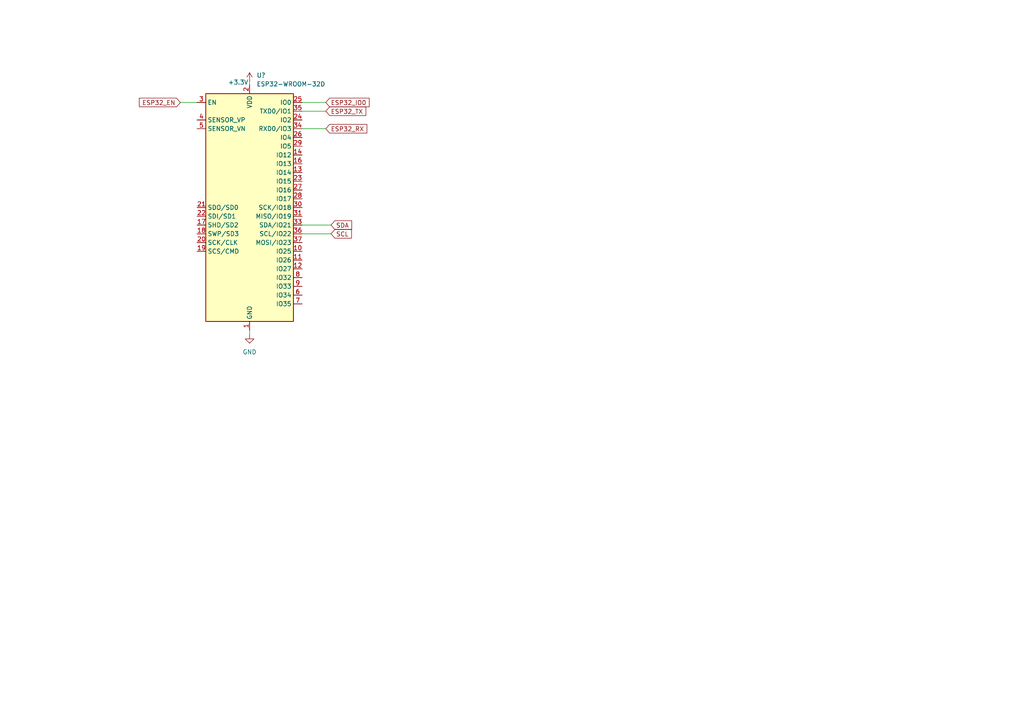
<source format=kicad_sch>
(kicad_sch (version 20211123) (generator eeschema)
  (paper "A4")
  (lib_symbols
    (symbol "RF_Module:ESP32-WROOM-32D"
      (property "Reference" "U5" (at 2.0194 38.354 0))
      (property "Value" "ESP32-WROOM-32D" (at 2.0194 35.814 0))
      (symbol "ESP32-WROOM-32D_0_1"
        (rectangle (start -12.7 33.02) (end 12.7 -33.02) (stroke (width 0.254)) (fill (type background)))
      )
      (symbol "ESP32-WROOM-32D_1_1"
        (pin power_in line (at 0 -35.56 90) (length 2.54) (name "GND") (number "1"))
        (pin bidirectional line (at 15.24 -12.7 180) (length 2.54) (name "IO25") (number "10"))
        (pin bidirectional line (at 15.24 -15.24 180) (length 2.54) (name "IO26") (number "11"))
        (pin bidirectional line (at 15.24 -17.78 180) (length 2.54) (name "IO27") (number "12"))
        (pin bidirectional line (at 15.24 10.16 180) (length 2.54) (name "IO14") (number "13"))
        (pin bidirectional line (at 15.24 15.24 180) (length 2.54) (name "IO12") (number "14"))
        (pin passive line (at 0 -35.56 90) (length 2.54) hide (name "GND") (number "15"))
        (pin bidirectional line (at 15.24 12.7 180) (length 2.54) (name "IO13") (number "16"))
        (pin bidirectional line (at -15.24 -5.08 0) (length 2.54) (name "SHD/SD2") (number "17"))
        (pin bidirectional line (at -15.24 -7.62 0) (length 2.54) (name "SWP/SD3") (number "18"))
        (pin bidirectional line (at -15.24 -12.7 0) (length 2.54) (name "SCS/CMD") (number "19"))
        (pin power_in line (at 0 35.56 270) (length 2.54) (name "VDD") (number "2"))
        (pin bidirectional line (at -15.24 -10.16 0) (length 2.54) (name "SCK/CLK") (number "20"))
        (pin bidirectional line (at -15.24 0 0) (length 2.54) (name "SDO/SD0") (number "21"))
        (pin bidirectional line (at -15.24 -2.54 0) (length 2.54) (name "SDI/SD1") (number "22"))
        (pin bidirectional line (at 15.24 7.62 180) (length 2.54) (name "IO15") (number "23"))
        (pin bidirectional line (at 15.24 25.4 180) (length 2.54) (name "IO2") (number "24"))
        (pin bidirectional line (at 15.24 30.48 180) (length 2.54) (name "IO0") (number "25"))
        (pin bidirectional line (at 15.24 20.32 180) (length 2.54) (name "IO4") (number "26"))
        (pin bidirectional line (at 15.24 5.08 180) (length 2.54) (name "IO16") (number "27"))
        (pin bidirectional line (at 15.24 2.54 180) (length 2.54) (name "IO17") (number "28"))
        (pin bidirectional line (at 15.24 17.78 180) (length 2.54) (name "IO5") (number "29"))
        (pin input line (at -15.24 30.48 0) (length 2.54) (name "EN") (number "3"))
        (pin bidirectional line (at 15.24 0 180) (length 2.54) (name "SCK/IO18") (number "30"))
        (pin bidirectional line (at 15.24 -2.54 180) (length 2.54) (name "MISO/IO19") (number "31"))
        (pin no_connect line (at -12.7 -27.94 0) (length 2.54) hide (name "NC") (number "32"))
        (pin bidirectional line (at 15.24 -5.08 180) (length 2.54) (name "SDA/IO21") (number "33"))
        (pin bidirectional line (at 15.24 22.86 180) (length 2.54) (name "RXD0/IO3") (number "34"))
        (pin bidirectional line (at 15.24 27.94 180) (length 2.54) (name "TXD0/IO1") (number "35"))
        (pin bidirectional line (at 15.24 -7.62 180) (length 2.54) (name "SCL/IO22") (number "36"))
        (pin bidirectional line (at 15.24 -10.16 180) (length 2.54) (name "MOSI/IO23") (number "37"))
        (pin passive line (at 0 -35.56 90) (length 2.54) hide (name "GND") (number "38"))
        (pin passive line (at 0 -35.56 90) (length 2.54) hide (name "GND") (number "39"))
        (pin input line (at -15.24 25.4 0) (length 2.54) (name "SENSOR_VP") (number "4"))
        (pin input line (at -15.24 22.86 0) (length 2.54) (name "SENSOR_VN") (number "5"))
        (pin input line (at 15.24 -25.4 180) (length 2.54) (name "IO34") (number "6"))
        (pin input line (at 15.24 -27.94 180) (length 2.54) (name "IO35") (number "7"))
        (pin bidirectional line (at 15.24 -20.32 180) (length 2.54) (name "IO32") (number "8"))
        (pin bidirectional line (at 15.24 -22.86 180) (length 2.54) (name "IO33") (number "9"))
      )
    )
    (symbol "power:+3.3V" (power) (pin_names (offset 0))
      (property "Value" "+3.3V" (at 0 3.556 0))
      (symbol "+3.3V_0_1"
        (polyline (pts (xy -0.762 1.27) (xy 0 2.54)))
        (polyline (pts (xy 0 0) (xy 0 2.54)))
        (polyline (pts (xy 0 2.54) (xy 0.762 1.27)))
      )
      (symbol "+3.3V_1_1"
        (pin power_in line (at 0 0 90) (length 0) hide (name "+3.3V") (number "1"))
      )
    )
    (symbol "power:GND" (power) (pin_names (offset 0))
      (property "Value" "GND" (at 0 -3.81 0))
      (symbol "GND_0_1"
        (polyline (pts (xy 0 0) (xy 0 -1.27) (xy 1.27 -1.27) (xy 0 -2.54) (xy -1.27 -1.27) (xy 0 -1.27)))
      )
      (symbol "GND_1_1"
        (pin power_in line (at 0 0 270) (length 0) hide (name "GND") (number "1"))
      )
    )
  )
  (wire (pts (xy 72.39 23.622) (xy 72.39 24.638)))
  (wire (pts (xy 72.39 95.758) (xy 72.39 97.028)))
  (wire (pts (xy 87.63 65.278) (xy 96.012 65.278)))
  (wire (pts (xy 87.63 67.818) (xy 96.012 67.818)))
  (wire (pts (xy 87.63 29.718) (xy 94.488 29.718)))
  (wire (pts (xy 52.324 29.718) (xy 57.15 29.718)))
  (wire (pts (xy 87.63 37.338) (xy 94.488 37.338)))
  (wire (pts (xy 87.63 32.258) (xy 94.488 32.258)))
  (global_label "ESP32_TX" (shape input) (at 94.488 32.258 0) (property "Referenzen zwischen Schaltplänen" "${INTERSHEET_REFS}" (effects hide)))
  (global_label "SCL" (shape input) (at 96.012 67.818 0) (property "Referenzen zwischen Schaltplänen" "${INTERSHEET_REFS}" (effects hide)))
  (global_label "ESP32_IO0" (shape input) (at 94.488 29.718 0) (property "Referenzen zwischen Schaltplänen" "${INTERSHEET_REFS}" (effects hide)))
  (global_label "ESP32_EN" (shape input) (at 52.324 29.718 180) (property "Referenzen zwischen Schaltplänen" "${INTERSHEET_REFS}" (effects hide)))
  (global_label "SDA" (shape input) (at 96.012 65.278 0) (property "Referenzen zwischen Schaltplänen" "${INTERSHEET_REFS}" (effects hide)))
  (global_label "ESP32_RX" (shape input) (at 94.488 37.338 0) (property "Referenzen zwischen Schaltplänen" "${INTERSHEET_REFS}" (effects hide)))
  (symbol (lib_id "RF_Module:ESP32-WROOM-32D") (at 72.39 60.198 0) (unit 1)
    (property "Reference" "U?" (at 74.4094 21.844 0) (effects (justify left)))
    (property "Value" "ESP32-WROOM-32D" (at 74.4094 24.384 0) (effects (justify left)))
    (property "Footprint" "RF_Module:ESP32-WROOM-32" (effects hide))
    (property "Datasheet" "https://www.espressif.com/sites/default/files/documentation/esp32-wroom-32d_esp32-wroom-32u_datasheet_en.pdf" (effects hide))
  )
  (symbol (lib_id "power:+3.3V") (at 72.39 23.622 0) (unit 1)
    (property "Reference" "#PWR?" (effects hide))
    (property "Value" "+3.3V" (at 69.088 23.876 0))
  )
  (symbol (lib_id "power:GND") (at 72.39 97.028 0) (unit 1)
    (property "Reference" "#PWR?" (effects hide))
    (property "Value" "GND" (at 72.39 102.108 0))
  )
)
</source>
